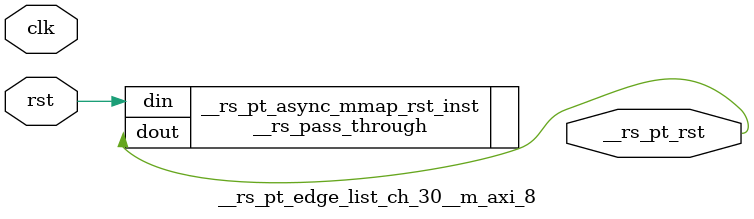
<source format=v>
`timescale 1 ns / 1 ps
/**   Generated by RapidStream   **/
module __rs_pt_edge_list_ch_30__m_axi_8 #(
    parameter BufferSize         = 32,
    parameter BufferSizeLog      = 5,
    parameter AddrWidth          = 64,
    parameter AxiSideAddrWidth   = 64,
    parameter DataWidth          = 512,
    parameter DataWidthBytesLog  = 6,
    parameter WaitTimeWidth      = 4,
    parameter BurstLenWidth      = 8,
    parameter EnableReadChannel  = 1,
    parameter EnableWriteChannel = 1,
    parameter MaxWaitTime        = 3,
    parameter MaxBurstLen        = 15
) (
    output wire __rs_pt_rst,
    input wire  clk,
    input wire  rst
);




__rs_pass_through #(
    .WIDTH (1)
) __rs_pt_async_mmap_rst_inst /**   Generated by RapidStream   **/ (
    .din  (rst),
    .dout (__rs_pt_rst)
);

endmodule  // __rs_pt_edge_list_ch_30__m_axi_8
</source>
